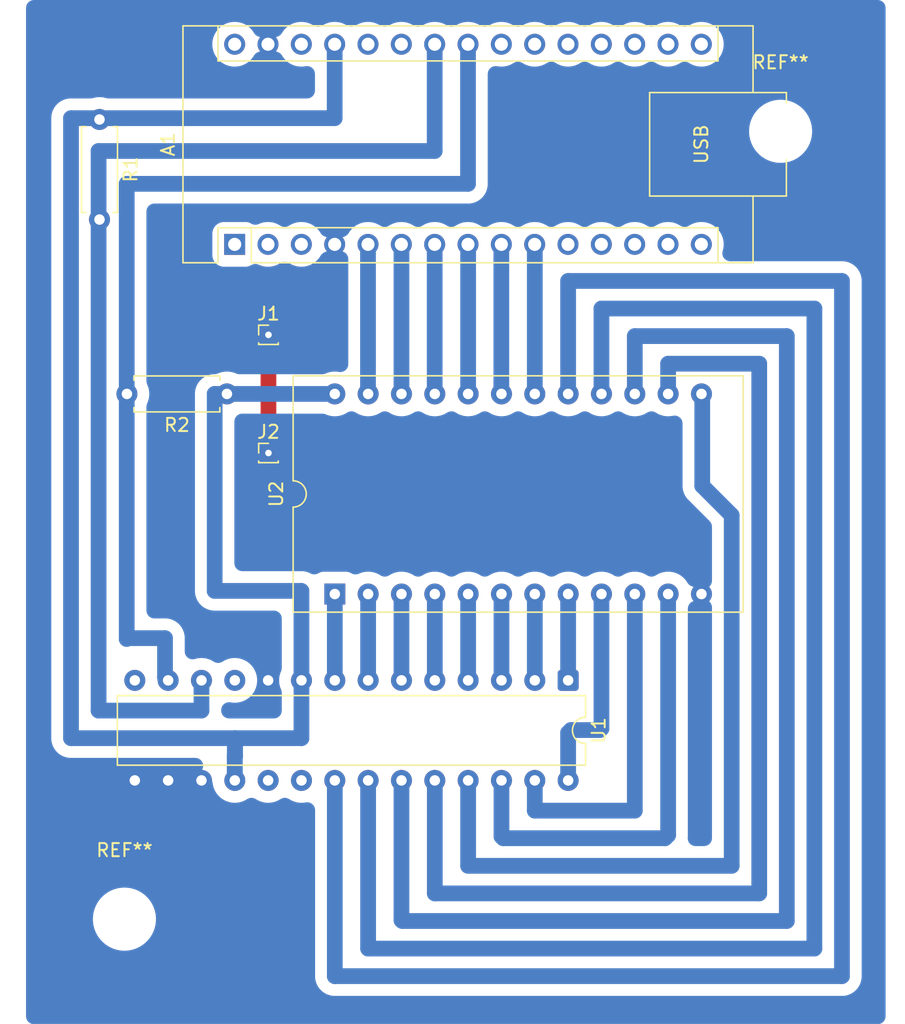
<source format=kicad_pcb>
(kicad_pcb (version 20241229) (generator "pcbnew") (generator_version "9.0")
  (layers (0 "F.Cu" signal) (2 "B.Cu" signal) (13 "F.Paste" user) (15 "B.Paste" user) (5 "F.SilkS" user "F.Silkscreen") (7 "B.SilkS" user "B.Silkscreen") (1 "F.Mask" user) (3 "B.Mask" user) (25 "Edge.Cuts" user))
  (net 0 "")
  (net 6 "Net-(A1-D2)")
  (net 10 "VCC")
  (net 11 "GND")
  (net 16 "Net-(A1-A4)")
  (net 20 "Net-(A1-A5)")
  (net 23 "Net-(U1-GPA0)")
  (net 24 "Net-(U1-GPB3)")
  (net 25 "Net-(U1-GPB4)")
  (net 26 "Net-(U1-GPB7)")
  (net 28 "Net-(U1-GPA7)")
  (net 29 "Net-(U1-GPB0)")
  (net 30 "Net-(U1-GPB1)")
  (net 31 "Net-(U1-GPA2)")
  (net 32 "Net-(U1-GPA3)")
  (net 33 "Net-(U1-GPB2)")
  (net 34 "Net-(U1-GPA1)")
  (net 35 "Net-(U1-GPA4)")
  (net 36 "Net-(U1-GPA6)")
  (net 39 "Net-(U1-GPB6)")
  (net 40 "Net-(U1-GPA5)")
  (net 41 "Net-(U1-GPB5)")
  (net 45 "Net-(A1-D3)")
  (net 46 "Net-(A1-D7)")
  (net 47 "Net-(A1-D6)")
  (net 48 "Net-(A1-D4)")
  (net 49 "Net-(A1-D5)")
  (footprint "Connector_PinHeader_1.00mm:PinHeader_1x01_P1.00mm_Vertical" (layer "F.Cu") (at 33.4745 40.5)
    (property "Reference" "J1" (at 0 -1.61 0) (layer "F.SilkS"))
    (property "Value" "Conn_01x01_Pin" (hide yes))
    (fp_line (start -0.745 -0.735) (end 0 -0.735) (stroke (width 0.12)) (layer "F.SilkS"))
    (fp_line (start -0.745 0) (end -0.745 -0.735) (stroke (width 0.12)) (layer "F.SilkS"))
    (fp_line (start -0.745 0.735) (end -0.745 0.61) (stroke (width 0.12)) (layer "F.SilkS"))
    (fp_line (start -0.745 0.735) (end -0.685565 0.735) (stroke (width 0.12)) (layer "F.SilkS"))
    (fp_line (start -0.745 0.735) (end 0.745 0.735) (stroke (width 0.12)) (layer "F.SilkS"))
    (fp_line (start 0.685565 0.735) (end 0.745 0.735) (stroke (width 0.12)) (layer "F.SilkS"))
    (fp_line (start 0.745 0.735) (end 0.745 0.61) (stroke (width 0.12)) (layer "F.SilkS"))
    (pad "1" thru_hole rect (at 0 0) (size 0.85 0.85) (drill 0.5) (layers "*.Cu" "*.Mask") (net 11 "GND"))
  )
  (footprint "Resistor_THT:R_Axial_DIN0207_L6.3mm_D2.5mm_P7.62mm_Horizontal" (layer "F.Cu") (at 20.6 24.1 -90)
    (property "Reference" "R1" (at 3.81 -2.37 90) (layer "F.SilkS"))
    (property "Value" "4.7k")
    (fp_line (start 0.54 1.37) (end 7.08 1.37) (stroke (width 0.12)) (layer "F.SilkS"))
    (fp_line (start 7.08 1.37) (end 7.08 1.04) (stroke (width 0.12)) (layer "F.SilkS"))
    (fp_line (start 0.54 1.04) (end 0.54 1.37) (stroke (width 0.12)) (layer "F.SilkS"))
    (fp_line (start 0.54 -1.04) (end 0.54 -1.37) (stroke (width 0.12)) (layer "F.SilkS"))
    (fp_line (start 0.54 -1.37) (end 7.08 -1.37) (stroke (width 0.12)) (layer "F.SilkS"))
    (fp_line (start 7.08 -1.37) (end 7.08 -1.04) (stroke (width 0.12)) (layer "F.SilkS"))
    (pad "1" thru_hole circle (at 0 0 270) (size 1.6 1.6) (drill 0.8) (layers "*.Cu" "*.Mask") (net 10 "VCC"))
    (pad "2" thru_hole circle (at 7.62 0 270) (size 1.6 1.6) (drill 0.8) (layers "*.Cu" "*.Mask") (net 20 "Net-(A1-A5)"))
  )
  (footprint "Package_DIP:DIP-28_W7.62mm" (layer "F.Cu") (at 56.31 66.815 -90)
    (property "Reference" "U1" (at 3.81 -2.33 90) (layer "F.SilkS"))
    (property "Value" "MCP23017_SP")
    (fp_line (start 1.16 34.35) (end 6.46 34.35) (stroke (width 0.12)) (layer "F.SilkS"))
    (fp_line (start 6.46 34.35) (end 6.46 -1.33) (stroke (width 0.12)) (layer "F.SilkS"))
    (fp_line (start 1.16 -1.33) (end 1.16 34.35) (stroke (width 0.12)) (layer "F.SilkS"))
    (fp_line (start 2.81 -1.33) (end 1.16 -1.33) (stroke (width 0.12)) (layer "F.SilkS"))
    (fp_line (start 6.46 -1.33) (end 4.81 -1.33) (stroke (width 0.12)) (layer "F.SilkS"))
    (fp_arc (start 4.81 -1.33) (mid 3.81 -0.33) (end 2.81 -1.33) (stroke (width 0.12)) (layer "F.SilkS"))
    (pad "1" thru_hole roundrect (at 0 0 270) (size 1.6 1.6) (drill 0.8) (layers "*.Cu" "*.Mask") (roundrect_rratio 0.15625) (net 29 "Net-(U1-GPB0)"))
    (pad "2" thru_hole circle (at 0 2.54 270) (size 1.6 1.6) (drill 0.8) (layers "*.Cu" "*.Mask") (net 30 "Net-(U1-GPB1)"))
    (pad "3" thru_hole circle (at 0 5.08 270) (size 1.6 1.6) (drill 0.8) (layers "*.Cu" "*.Mask") (net 33 "Net-(U1-GPB2)"))
    (pad "4" thru_hole circle (at 0 7.62 270) (size 1.6 1.6) (drill 0.8) (layers "*.Cu" "*.Mask") (net 24 "Net-(U1-GPB3)"))
    (pad "5" thru_hole circle (at 0 10.16 270) (size 1.6 1.6) (drill 0.8) (layers "*.Cu" "*.Mask") (net 25 "Net-(U1-GPB4)"))
    (pad "6" thru_hole circle (at 0 12.7 270) (size 1.6 1.6) (drill 0.8) (layers "*.Cu" "*.Mask") (net 41 "Net-(U1-GPB5)"))
    (pad "7" thru_hole circle (at 0 15.24 270) (size 1.6 1.6) (drill 0.8) (layers "*.Cu" "*.Mask") (net 39 "Net-(U1-GPB6)"))
    (pad "8" thru_hole circle (at 0 17.78 270) (size 1.6 1.6) (drill 0.8) (layers "*.Cu" "*.Mask") (net 26 "Net-(U1-GPB7)"))
    (pad "9" thru_hole circle (at 0 20.32 270) (size 1.6 1.6) (drill 0.8) (layers "*.Cu" "*.Mask") (net 10 "VCC"))
    (pad "10" thru_hole circle (at 0 22.86 270) (size 1.6 1.6) (drill 0.8) (layers "*.Cu" "*.Mask") (net 11 "GND"))
    (pad "11" thru_hole circle (at 0 25.4 270) (size 1.6 1.6) (drill 0.8) (layers "*.Cu" "*.Mask"))
    (pad "12" thru_hole circle (at 0 27.94 270) (size 1.6 1.6) (drill 0.8) (layers "*.Cu" "*.Mask") (net 20 "Net-(A1-A5)"))
    (pad "13" thru_hole circle (at 0 30.48 270) (size 1.6 1.6) (drill 0.8) (layers "*.Cu" "*.Mask") (net 16 "Net-(A1-A4)"))
    (pad "14" thru_hole circle (at 0 33.02 270) (size 1.6 1.6) (drill 0.8) (layers "*.Cu" "*.Mask"))
    (pad "15" thru_hole circle (at 7.62 33.02 270) (size 1.6 1.6) (drill 0.8) (layers "*.Cu" "*.Mask") (net 11 "GND"))
    (pad "16" thru_hole circle (at 7.62 30.48 270) (size 1.6 1.6) (drill 0.8) (layers "*.Cu" "*.Mask") (net 11 "GND"))
    (pad "17" thru_hole circle (at 7.62 27.94 270) (size 1.6 1.6) (drill 0.8) (layers "*.Cu" "*.Mask") (net 11 "GND"))
    (pad "18" thru_hole circle (at 7.62 25.4 270) (size 1.6 1.6) (drill 0.8) (layers "*.Cu" "*.Mask") (net 10 "VCC"))
    (pad "19" thru_hole circle (at 7.62 22.86 270) (size 1.6 1.6) (drill 0.8) (layers "*.Cu" "*.Mask"))
    (pad "20" thru_hole circle (at 7.62 20.32 270) (size 1.6 1.6) (drill 0.8) (layers "*.Cu" "*.Mask"))
    (pad "21" thru_hole circle (at 7.62 17.78 270) (size 1.6 1.6) (drill 0.8) (layers "*.Cu" "*.Mask") (net 23 "Net-(U1-GPA0)"))
    (pad "22" thru_hole circle (at 7.62 15.24 270) (size 1.6 1.6) (drill 0.8) (layers "*.Cu" "*.Mask") (net 34 "Net-(U1-GPA1)"))
    (pad "23" thru_hole circle (at 7.62 12.7 270) (size 1.6 1.6) (drill 0.8) (layers "*.Cu" "*.Mask") (net 31 "Net-(U1-GPA2)"))
    (pad "24" thru_hole circle (at 7.62 10.16 270) (size 1.6 1.6) (drill 0.8) (layers "*.Cu" "*.Mask") (net 32 "Net-(U1-GPA3)"))
    (pad "25" thru_hole circle (at 7.62 7.62 270) (size 1.6 1.6) (drill 0.8) (layers "*.Cu" "*.Mask") (net 35 "Net-(U1-GPA4)"))
    (pad "26" thru_hole circle (at 7.62 5.08 270) (size 1.6 1.6) (drill 0.8) (layers "*.Cu" "*.Mask") (net 40 "Net-(U1-GPA5)"))
    (pad "27" thru_hole circle (at 7.62 2.54 270) (size 1.6 1.6) (drill 0.8) (layers "*.Cu" "*.Mask") (net 36 "Net-(U1-GPA6)"))
    (pad "28" thru_hole circle (at 7.62 0 270) (size 1.6 1.6) (drill 0.8) (layers "*.Cu" "*.Mask") (net 28 "Net-(U1-GPA7)"))
  )
  (footprint "Resistor_THT:R_Axial_DIN0207_L6.3mm_D2.5mm_P7.62mm_Horizontal" (layer "F.Cu") (at 30.31 45 180)
    (property "Reference" "R2" (at 3.81 -2.37 0) (layer "F.SilkS"))
    (property "Value" "4.7k")
    (fp_line (start 7.08 1.37) (end 7.08 1.04) (stroke (width 0.12)) (layer "F.SilkS"))
    (fp_line (start 7.08 -1.37) (end 7.08 -1.04) (stroke (width 0.12)) (layer "F.SilkS"))
    (fp_line (start 0.54 1.37) (end 7.08 1.37) (stroke (width 0.12)) (layer "F.SilkS"))
    (fp_line (start 0.54 1.04) (end 0.54 1.37) (stroke (width 0.12)) (layer "F.SilkS"))
    (fp_line (start 0.54 -1.04) (end 0.54 -1.37) (stroke (width 0.12)) (layer "F.SilkS"))
    (fp_line (start 0.54 -1.37) (end 7.08 -1.37) (stroke (width 0.12)) (layer "F.SilkS"))
    (pad "1" thru_hole circle (at 0 0 180) (size 1.6 1.6) (drill 0.8) (layers "*.Cu" "*.Mask") (net 10 "VCC"))
    (pad "2" thru_hole circle (at 7.62 0 180) (size 1.6 1.6) (drill 0.8) (layers "*.Cu" "*.Mask") (net 16 "Net-(A1-A4)"))
  )
  (footprint "MountingHole:MountingHole_4.3mm_M4" (layer "F.Cu") (at 72.5 25)
    (property "Reference" "REF**" (at 0 -5.25 0) (layer "F.SilkS"))
    (property "Value" "MountingHole_4.3mm_M4")
    (pad "" np_thru_hole circle (at 0 0) (size 4.3 4.3) (drill 4.3) (layers "*.Cu" "*.Mask"))
  )
  (footprint "MountingHole:MountingHole_4.3mm_M4" (layer "F.Cu") (at 22.5 85)
    (property "Reference" "REF**" (at 0 -5.25 0) (layer "F.SilkS"))
    (property "Value" "MountingHole_4.3mm_M4")
    (pad "" np_thru_hole circle (at 0 0) (size 4.3 4.3) (drill 4.3) (layers "*.Cu" "*.Mask"))
  )
  (footprint "Connector_PinHeader_1.00mm:PinHeader_1x01_P1.00mm_Vertical" (layer "F.Cu") (at 33.4745 49.5)
    (property "Reference" "J2" (at 0 -1.61 0) (layer "F.SilkS"))
    (property "Value" "Conn_01x01_Pin" (hide yes))
    (fp_line (start -0.745 -0.735) (end 0 -0.735) (stroke (width 0.12)) (layer "F.SilkS"))
    (fp_line (start -0.745 0) (end -0.745 -0.735) (stroke (width 0.12)) (layer "F.SilkS"))
    (fp_line (start -0.745 0.735) (end -0.745 0.61) (stroke (width 0.12)) (layer "F.SilkS"))
    (fp_line (start -0.745 0.735) (end -0.685565 0.735) (stroke (width 0.12)) (layer "F.SilkS"))
    (fp_line (start -0.745 0.735) (end 0.745 0.735) (stroke (width 0.12)) (layer "F.SilkS"))
    (fp_line (start 0.685565 0.735) (end 0.745 0.735) (stroke (width 0.12)) (layer "F.SilkS"))
    (fp_line (start 0.745 0.735) (end 0.745 0.61) (stroke (width 0.12)) (layer "F.SilkS"))
    (pad "1" thru_hole rect (at 0 0) (size 0.85 0.85) (drill 0.5) (layers "*.Cu" "*.Mask") (net 11 "GND"))
  )
  (footprint "Module:Arduino_Nano" (layer "F.Cu") (at 30.9 33.61 90)
    (property "Reference" "A1" (at 7.62 -5.08 90) (layer "F.SilkS"))
    (property "Value" "Arduino_Nano_v2.x")
    (fp_line (start 16.64 -3.94) (end -1.4 -3.94) (stroke (width 0.12)) (layer "F.SilkS"))
    (fp_line (start -1.4 -3.94) (end -1.4 -1.27) (stroke (width 0.12)) (layer "F.SilkS"))
    (fp_line (start 13.97 -1.27) (end 16.64 -1.27) (stroke (width 0.12)) (layer "F.SilkS"))
    (fp_line (start 13.97 -1.27) (end 13.97 36.83) (stroke (width 0.12)) (layer "F.SilkS"))
    (fp_line (start 1.27 -1.27) (end -1.4 -1.27) (stroke (width 0.12)) (layer "F.SilkS"))
    (fp_line (start 1.27 1.27) (end 1.27 -1.27) (stroke (width 0.12)) (layer "F.SilkS"))
    (fp_line (start 1.27 1.27) (end -1.4 1.27) (stroke (width 0.12)) (layer "F.SilkS"))
    (fp_line (start 1.27 1.27) (end 1.27 36.83) (stroke (width 0.12)) (layer "F.SilkS"))
    (fp_line (start -1.4 1.27) (end -1.4 39.5) (stroke (width 0.12)) (layer "F.SilkS"))
    (fp_line (start 11.56 31.62) (end 11.56 42.04) (stroke (width 0.12)) (layer "F.SilkS"))
    (fp_line (start 3.68 31.62) (end 11.56 31.62) (stroke (width 0.12)) (layer "F.SilkS"))
    (fp_line (start 13.97 36.83) (end 16.64 36.83) (stroke (width 0.12)) (layer "F.SilkS"))
    (fp_line (start 1.27 36.83) (end -1.4 36.83) (stroke (width 0.12)) (layer "F.SilkS"))
    (fp_line (start 16.64 39.5) (end 16.64 -3.94) (stroke (width 0.12)) (layer "F.SilkS"))
    (fp_line (start 16.64 39.5) (end 11.56 39.5) (stroke (width 0.12)) (layer "F.SilkS"))
    (fp_line (start -1.4 39.5) (end 3.68 39.5) (stroke (width 0.12)) (layer "F.SilkS"))
    (fp_line (start 11.56 42.04) (end 3.68 42.04) (stroke (width 0.12)) (layer "F.SilkS"))
    (fp_line (start 3.68 42.04) (end 3.68 31.62) (stroke (width 0.12)) (layer "F.SilkS"))
    (fp_text user "USB" (at 7.62 35.56 90) (layer "F.SilkS"))
    (pad "1" thru_hole rect (at 0 0 90) (size 1.6 1.6) (drill 1) (layers "*.Cu" "*.Mask"))
    (pad "2" thru_hole oval (at 0 2.54 90) (size 1.6 1.6) (drill 1) (layers "*.Cu" "*.Mask"))
    (pad "3" thru_hole oval (at 0 5.08 90) (size 1.6 1.6) (drill 1) (layers "*.Cu" "*.Mask"))
    (pad "4" thru_hole oval (at 0 7.62 90) (size 1.6 1.6) (drill 1) (layers "*.Cu" "*.Mask") (net 11 "GND"))
    (pad "5" thru_hole oval (at 0 10.16 90) (size 1.6 1.6) (drill 1) (layers "*.Cu" "*.Mask") (net 6 "Net-(A1-D2)"))
    (pad "6" thru_hole oval (at 0 12.7 90) (size 1.6 1.6) (drill 1) (layers "*.Cu" "*.Mask") (net 45 "Net-(A1-D3)"))
    (pad "7" thru_hole oval (at 0 15.24 90) (size 1.6 1.6) (drill 1) (layers "*.Cu" "*.Mask") (net 48 "Net-(A1-D4)"))
    (pad "8" thru_hole oval (at 0 17.78 90) (size 1.6 1.6) (drill 1) (layers "*.Cu" "*.Mask") (net 49 "Net-(A1-D5)"))
    (pad "9" thru_hole oval (at 0 20.32 90) (size 1.6 1.6) (drill 1) (layers "*.Cu" "*.Mask") (net 47 "Net-(A1-D6)"))
    (pad "10" thru_hole oval (at 0 22.86 90) (size 1.6 1.6) (drill 1) (layers "*.Cu" "*.Mask") (net 46 "Net-(A1-D7)"))
    (pad "11" thru_hole oval (at 0 25.4 90) (size 1.6 1.6) (drill 1) (layers "*.Cu" "*.Mask"))
    (pad "12" thru_hole oval (at 0 27.94 90) (size 1.6 1.6) (drill 1) (layers "*.Cu" "*.Mask"))
    (pad "13" thru_hole oval (at 0 30.48 90) (size 1.6 1.6) (drill 1) (layers "*.Cu" "*.Mask"))
    (pad "14" thru_hole oval (at 0 33.02 90) (size 1.6 1.6) (drill 1) (layers "*.Cu" "*.Mask"))
    (pad "15" thru_hole oval (at 0 35.56 90) (size 1.6 1.6) (drill 1) (layers "*.Cu" "*.Mask"))
    (pad "16" thru_hole oval (at 15.24 35.56 90) (size 1.6 1.6) (drill 1) (layers "*.Cu" "*.Mask"))
    (pad "17" thru_hole oval (at 15.24 33.02 90) (size 1.6 1.6) (drill 1) (layers "*.Cu" "*.Mask"))
    (pad "18" thru_hole oval (at 15.24 30.48 90) (size 1.6 1.6) (drill 1) (layers "*.Cu" "*.Mask"))
    (pad "19" thru_hole oval (at 15.24 27.94 90) (size 1.6 1.6) (drill 1) (layers "*.Cu" "*.Mask"))
    (pad "20" thru_hole oval (at 15.24 25.4 90) (size 1.6 1.6) (drill 1) (layers "*.Cu" "*.Mask"))
    (pad "21" thru_hole oval (at 15.24 22.86 90) (size 1.6 1.6) (drill 1) (layers "*.Cu" "*.Mask"))
    (pad "22" thru_hole oval (at 15.24 20.32 90) (size 1.6 1.6) (drill 1) (layers "*.Cu" "*.Mask"))
    (pad "23" thru_hole oval (at 15.24 17.78 90) (size 1.6 1.6) (drill 1) (layers "*.Cu" "*.Mask") (net 16 "Net-(A1-A4)"))
    (pad "24" thru_hole oval (at 15.24 15.24 90) (size 1.6 1.6) (drill 1) (layers "*.Cu" "*.Mask") (net 20 "Net-(A1-A5)"))
    (pad "25" thru_hole oval (at 15.24 12.7 90) (size 1.6 1.6) (drill 1) (layers "*.Cu" "*.Mask"))
    (pad "26" thru_hole oval (at 15.24 10.16 90) (size 1.6 1.6) (drill 1) (layers "*.Cu" "*.Mask"))
    (pad "27" thru_hole oval (at 15.24 7.62 90) (size 1.6 1.6) (drill 1) (layers "*.Cu" "*.Mask") (net 10 "VCC"))
    (pad "28" thru_hole oval (at 15.24 5.08 90) (size 1.6 1.6) (drill 1) (layers "*.Cu" "*.Mask"))
    (pad "29" thru_hole oval (at 15.24 2.54 90) (size 1.6 1.6) (drill 1) (layers "*.Cu" "*.Mask") (net 11 "GND"))
    (pad "30" thru_hole oval (at 15.24 0 90) (size 1.6 1.6) (drill 1) (layers "*.Cu" "*.Mask"))
  )
  (footprint "Package_DIP:DIP-24_18.0mmx34.29mm_W15.24mm" (layer "F.Cu") (at 38.53 60.24 90)
    (property "Reference" "U2" (at 7.62 -4.46 90) (layer "F.SilkS"))
    (property "Value" "AT28C16-15PC")
    (fp_line (start 16.62 -3.175) (end 8.62 -3.175) (stroke (width 0.12)) (layer "F.SilkS"))
    (fp_line (start 6.62 -3.175) (end -1.38 -3.175) (stroke (width 0.12)) (layer "F.SilkS"))
    (fp_line (start -1.38 -3.175) (end -1.38 31.115) (stroke (width 0.12)) (layer "F.SilkS"))
    (fp_line (start 16.62 31.115) (end 16.62 -3.175) (stroke (width 0.12)) (layer "F.SilkS"))
    (fp_line (start -1.38 31.115) (end 16.62 31.115) (stroke (width 0.12)) (layer "F.SilkS"))
    (fp_arc (start 8.62 -3.175) (mid 7.62 -2.175) (end 6.62 -3.175) (stroke (width 0.12)) (layer "F.SilkS"))
    (pad "1" thru_hole rect (at 0 0 90) (size 1.6 1.6) (drill 0.8) (layers "*.Cu" "*.Mask") (net 26 "Net-(U1-GPB7)"))
    (pad "2" thru_hole oval (at 0 2.54 90) (size 1.6 1.6) (drill 0.8) (layers "*.Cu" "*.Mask") (net 39 "Net-(U1-GPB6)"))
    (pad "3" thru_hole oval (at 0 5.08 90) (size 1.6 1.6) (drill 0.8) (layers "*.Cu" "*.Mask") (net 41 "Net-(U1-GPB5)"))
    (pad "4" thru_hole oval (at 0 7.62 90) (size 1.6 1.6) (drill 0.8) (layers "*.Cu" "*.Mask") (net 25 "Net-(U1-GPB4)"))
    (pad "5" thru_hole oval (at 0 10.16 90) (size 1.6 1.6) (drill 0.8) (layers "*.Cu" "*.Mask") (net 24 "Net-(U1-GPB3)"))
    (pad "6" thru_hole oval (at 0 12.7 90) (size 1.6 1.6) (drill 0.8) (layers "*.Cu" "*.Mask") (net 33 "Net-(U1-GPB2)"))
    (pad "7" thru_hole oval (at 0 15.24 90) (size 1.6 1.6) (drill 0.8) (layers "*.Cu" "*.Mask") (net 30 "Net-(U1-GPB1)"))
    (pad "8" thru_hole oval (at 0 17.78 90) (size 1.6 1.6) (drill 0.8) (layers "*.Cu" "*.Mask") (net 29 "Net-(U1-GPB0)"))
    (pad "9" thru_hole oval (at 0 20.32 90) (size 1.6 1.6) (drill 0.8) (layers "*.Cu" "*.Mask") (net 28 "Net-(U1-GPA7)"))
    (pad "10" thru_hole oval (at 0 22.86 90) (size 1.6 1.6) (drill 0.8) (layers "*.Cu" "*.Mask") (net 36 "Net-(U1-GPA6)"))
    (pad "11" thru_hole oval (at 0 25.4 90) (size 1.6 1.6) (drill 0.8) (layers "*.Cu" "*.Mask") (net 40 "Net-(U1-GPA5)"))
    (pad "12" thru_hole oval (at 0 27.94 90) (size 1.6 1.6) (drill 0.8) (layers "*.Cu" "*.Mask") (net 11 "GND"))
    (pad "13" thru_hole oval (at 15.24 27.94 90) (size 1.6 1.6) (drill 0.8) (layers "*.Cu" "*.Mask") (net 35 "Net-(U1-GPA4)"))
    (pad "14" thru_hole oval (at 15.24 25.4 90) (size 1.6 1.6) (drill 0.8) (layers "*.Cu" "*.Mask") (net 32 "Net-(U1-GPA3)"))
    (pad "15" thru_hole oval (at 15.24 22.86 90) (size 1.6 1.6) (drill 0.8) (layers "*.Cu" "*.Mask") (net 31 "Net-(U1-GPA2)"))
    (pad "16" thru_hole oval (at 15.24 20.32 90) (size 1.6 1.6) (drill 0.8) (layers "*.Cu" "*.Mask") (net 34 "Net-(U1-GPA1)"))
    (pad "17" thru_hole oval (at 15.24 17.78 90) (size 1.6 1.6) (drill 0.8) (layers "*.Cu" "*.Mask") (net 23 "Net-(U1-GPA0)"))
    (pad "18" thru_hole oval (at 15.24 15.24 90) (size 1.6 1.6) (drill 0.8) (layers "*.Cu" "*.Mask") (net 46 "Net-(A1-D7)"))
    (pad "19" thru_hole oval (at 15.24 12.7 90) (size 1.6 1.6) (drill 0.8) (layers "*.Cu" "*.Mask") (net 47 "Net-(A1-D6)"))
    (pad "20" thru_hole oval (at 15.24 10.16 90) (size 1.6 1.6) (drill 0.8) (layers "*.Cu" "*.Mask") (net 49 "Net-(A1-D5)"))
    (pad "21" thru_hole oval (at 15.24 7.62 90) (size 1.6 1.6) (drill 0.8) (layers "*.Cu" "*.Mask") (net 48 "Net-(A1-D4)"))
    (pad "22" thru_hole oval (at 15.24 5.08 90) (size 1.6 1.6) (drill 0.8) (layers "*.Cu" "*.Mask") (net 45 "Net-(A1-D3)"))
    (pad "23" thru_hole oval (at 15.24 2.54 90) (size 1.6 1.6) (drill 0.8) (layers "*.Cu" "*.Mask") (net 6 "Net-(A1-D2)"))
    (pad "24" thru_hole oval (at 15.24 0 90) (size 1.6 1.6) (drill 0.8) (layers "*.Cu" "*.Mask") (net 10 "VCC"))
  )
  (segment (start 41.06 33.61) (end 41.06 44.99) (width 1.2) (layer "B.Cu") (net 6))
  (segment (start 41.06 44.99) (end 41.07 45) (width 1.2) (layer "B.Cu") (net 6))
  (segment (start 30.93 72.589106) (end 30.93 71.217) (width 1.2) (layer "B.Cu") (net 10))
  (segment (start 30.91 71.237) (end 30.93 71.217) (width 1.2) (layer "B.Cu") (net 10))
  (segment (start 30.93 71.217) (end 35.99 71.217) (width 1.2) (layer "B.Cu") (net 10))
  (segment (start 18.429 24) (end 18.429 71.217) (width 1.2) (layer "B.Cu") (net 10))
  (segment (start 38.52 24) (end 18.429 24) (width 1.2) (layer "B.Cu") (net 10))
  (segment (start 29.3745 45) (end 38.53 45) (width 1.2) (layer "B.Cu") (net 10))
  (segment (start 18.429 71.217) (end 30.93 71.217) (width 1.2) (layer "B.Cu") (net 10))
  (segment (start 29.3745 60) (end 29.3745 45) (width 1.2) (layer "B.Cu") (net 10))
  (segment (start 38.52 18.37) (end 38.52 24) (width 1.2) (layer "B.Cu") (net 10))
  (segment (start 35.9745 60) (end 29.3745 60) (width 1.2) (layer "B.Cu") (net 10))
  (segment (start 35.99 60.0155) (end 35.9745 60) (width 1.2) (layer "B.Cu") (net 10))
  (segment (start 30.91 74.435) (end 30.91 72.609106) (width 1.2) (layer "B.Cu") (net 10))
  (segment (start 30.91 74.435) (end 30.91 71.237) (width 1.2) (layer "B.Cu") (net 10))
  (segment (start 35.99 66.815) (end 35.99 60.0155) (width 1.2) (layer "B.Cu") (net 10))
  (segment (start 35.99 71.217) (end 35.99 66.815) (width 1.2) (layer "B.Cu") (net 10))
  (segment (start 30.91 72.609106) (end 30.93 72.589106) (width 1.2) (layer "B.Cu") (net 10))
  (segment (start 33.4745 49.5) (end 33.4745 40.5) (width 1.2) (layer "F.Cu") (net 11))
  (segment (start 22.6745 63.6595) (end 22.6745 29) (width 1.2) (layer "B.Cu") (net 16))
  (segment (start 25.83 66.815) (end 25.591 66.576) (width 1.2) (layer "B.Cu") (net 16))
  (segment (start 25.591 63.6) (end 22.734 63.6) (width 1.2) (layer "B.Cu") (net 16))
  (segment (start 22.6745 29) (end 48.68 29) (width 1.2) (layer "B.Cu") (net 16))
  (segment (start 22.734 63.6) (end 22.6745 63.6595) (width 1.2) (layer "B.Cu") (net 16))
  (segment (start 48.68 29) (end 48.68 18.37) (width 1.2) (layer "B.Cu") (net 16))
  (segment (start 25.591 66.576) (end 25.591 63.6) (width 1.2) (layer "B.Cu") (net 16))
  (segment (start 28.37 69.116) (end 20.53 69.116) (width 1.2) (layer "B.Cu") (net 20))
  (segment (start 28.37 66.815) (end 28.37 69.116) (width 1.2) (layer "B.Cu") (net 20))
  (segment (start 28.35 66.795) (end 28.37 66.815) (width 1.2) (layer "B.Cu") (net 20))
  (segment (start 20.53 26.5) (end 46.14 26.5) (width 1.2) (layer "B.Cu") (net 20))
  (segment (start 46.14 26.5) (end 46.14 18.37) (width 1.2) (layer "B.Cu") (net 20))
  (segment (start 20.53 69.116) (end 20.53 26.5) (width 1.2) (layer "B.Cu") (net 20))
  (segment (start 56.31 36.395999) (end 56.31 45) (width 1.2) (layer "B.Cu") (net 23))
  (segment (start 77.175 36.395999) (end 56.31 36.395999) (width 1.2) (layer "B.Cu") (net 23))
  (segment (start 38.53 89.342) (end 77.175 89.342) (width 1.2) (layer "B.Cu") (net 23))
  (segment (start 77.175 89.342) (end 77.175 36.395999) (width 1.2) (layer "B.Cu") (net 23))
  (segment (start 38.53 74.435) (end 38.53 89.342) (width 1.2) (layer "B.Cu") (net 23))
  (segment (start 48.69 60.24) (end 48.69 66.815) (width 1.2) (layer "B.Cu") (net 24))
  (segment (start 46.15 66.815) (end 46.15 60.24) (width 1.2) (layer "B.Cu") (net 25))
  (segment (start 38.53 60.24) (end 38.53 66.815) (width 1.2) (layer "B.Cu") (net 26))
  (segment (start 56.52 70.6) (end 56.31 70.81) (width 1.2) (layer "B.Cu") (net 28))
  (segment (start 58.85 70.48) (end 58.73 70.6) (width 1.2) (layer "B.Cu") (net 28))
  (segment (start 56.31 70.81) (end 56.31 74.435) (width 1.2) (layer "B.Cu") (net 28))
  (segment (start 58.85 60.24) (end 58.85 70.48) (width 1.2) (layer "B.Cu") (net 28))
  (segment (start 58.73 70.6) (end 56.52 70.6) (width 1.2) (layer "B.Cu") (net 28))
  (segment (start 56.31 66.815) (end 56.31 60.24) (width 1.2) (layer "B.Cu") (net 29))
  (segment (start 53.77 60.24) (end 53.77 66.815) (width 1.2) (layer "B.Cu") (net 30))
  (segment (start 43.61 85.08) (end 43.67 85.14) (width 1.2) (layer "B.Cu") (net 31))
  (segment (start 43.67 85.14) (end 72.973 85.14) (width 1.2) (layer "B.Cu") (net 31))
  (segment (start 72.973 40.598) (end 61.39 40.598) (width 1.2) (layer "B.Cu") (net 31))
  (segment (start 72.973 85.14) (end 72.973 40.598) (width 1.2) (layer "B.Cu") (net 31))
  (segment (start 61.39 40.598) (end 61.39 45) (width 1.2) (layer "B.Cu") (net 31))
  (segment (start 43.61 74.435) (end 43.61 85.08) (width 1.2) (layer "B.Cu") (net 31))
  (segment (start 63.93 42.699) (end 70.872 42.699) (width 1.2) (layer "B.Cu") (net 32))
  (segment (start 46.15 83.039) (end 46.15 74.435) (width 1.2) (layer "B.Cu") (net 32))
  (segment (start 70.872 83.039) (end 46.15 83.039) (width 1.2) (layer "B.Cu") (net 32))
  (segment (start 63.93 45) (end 63.93 42.699) (width 1.2) (layer "B.Cu") (net 32))
  (segment (start 70.872 42.699) (end 70.872 83.039) (width 1.2) (layer "B.Cu") (net 32))
  (segment (start 51.23 66.815) (end 51.23 60.24) (width 1.2) (layer "B.Cu") (net 33))
  (segment (start 75.074 87.241) (end 41.07 87.241) (width 1.2) (layer "B.Cu") (net 34))
  (segment (start 75.074 38.496999) (end 75.074 87.241) (width 1.2) (layer "B.Cu") (net 34))
  (segment (start 58.85 45) (end 58.85 38.496999) (width 1.2) (layer "B.Cu") (net 34))
  (segment (start 41.07 87.241) (end 41.07 74.435) (width 1.2) (layer "B.Cu") (net 34))
  (segment (start 58.85 38.496999) (end 75.074 38.496999) (width 1.2) (layer "B.Cu") (net 34))
  (segment (start 48.69 74.435) (end 48.69 80.938) (width 1.2) (layer "B.Cu") (net 35))
  (segment (start 66.53 45.06) (end 66.47 45) (width 1.2) (layer "B.Cu") (net 35))
  (segment (start 66.53 52) (end 66.53 45.06) (width 1.2) (layer "B.Cu") (net 35))
  (segment (start 68.771 54.241) (end 66.53 52) (width 1.2) (layer "B.Cu") (net 35))
  (segment (start 48.69 80.938) (end 68.771 80.938) (width 1.2) (layer "B.Cu") (net 35))
  (segment (start 68.771 80.938) (end 68.771 54.241) (width 1.2) (layer "B.Cu") (net 35))
  (segment (start 53.77 74.435) (end 53.77 76.736) (width 1.2) (layer "B.Cu") (net 36))
  (segment (start 53.77 76.736) (end 61.39 76.736) (width 1.2) (layer "B.Cu") (net 36))
  (segment (start 61.39 76.736) (end 61.39 60.24) (width 1.2) (layer "B.Cu") (net 36))
  (segment (start 41.07 66.815) (end 41.07 60.24) (width 1.2) (layer "B.Cu") (net 39))
  (segment (start 51.23 78.7) (end 51.23 74.435) (width 1.2) (layer "B.Cu") (net 40))
  (segment (start 63.693 78.837) (end 51.367 78.837) (width 1.2) (layer "B.Cu") (net 40))
  (segment (start 63.93 78.6) (end 63.693 78.837) (width 1.2) (layer "B.Cu") (net 40))
  (segment (start 63.93 60.24) (end 63.93 78.6) (width 1.2) (layer "B.Cu") (net 40))
  (segment (start 51.367 78.837) (end 51.23 78.7) (width 1.2) (layer "B.Cu") (net 40))
  (segment (start 43.61 60.24) (end 43.61 66.815) (width 1.2) (layer "B.Cu") (net 41))
  (segment (start 43.61 45) (end 43.61 33.62) (width 1.2) (layer "B.Cu") (net 45))
  (segment (start 43.61 33.62) (end 43.6 33.61) (width 1.2) (layer "B.Cu") (net 45))
  (segment (start 53.77 33.62) (end 53.76 33.61) (width 1.2) (layer "B.Cu") (net 46))
  (segment (start 53.77 45) (end 53.77 33.62) (width 1.2) (layer "B.Cu") (net 46))
  (segment (start 51.22 33.61) (end 51.22 44.99) (width 1.2) (layer "B.Cu") (net 47))
  (segment (start 51.22 44.99) (end 51.23 45) (width 1.2) (layer "B.Cu") (net 47))
  (segment (start 46.14 33.61) (end 46.14 44.99) (width 1.2) (layer "B.Cu") (net 48))
  (segment (start 46.14 44.99) (end 46.15 45) (width 1.2) (layer "B.Cu") (net 48))
  (segment (start 48.69 45) (end 48.69 33.62) (width 1.2) (layer "B.Cu") (net 49))
  (segment (start 48.69 33.62) (end 48.68 33.61) (width 1.2) (layer "B.Cu") (net 49))
  (zone (net 11) (net_name "GND") (layer "B.Cu") (connect_pads (clearance 0.9)) (min_thickness 1.2) (fill yes (thermal_gap 0) (thermal_bridge_width 1.2))
    (polygon (pts (xy 15 93) (xy 80.5 93) (xy 80.5 15) (xy 15 15)))
  )
)
</source>
